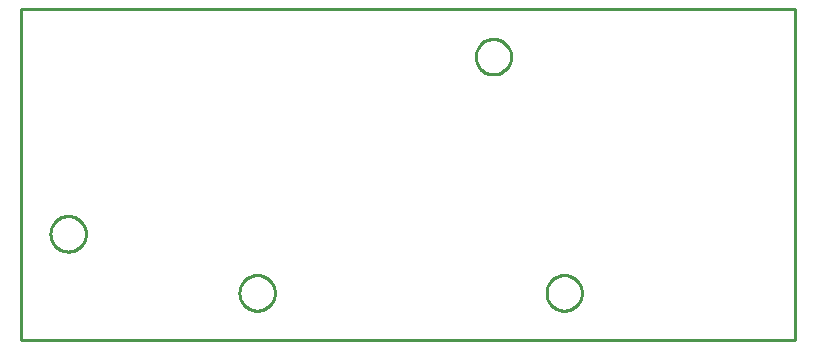
<source format=gbr>
G04 EAGLE Gerber RS-274X export*
G75*
%MOMM*%
%FSLAX34Y34*%
%LPD*%
%IN*%
%IPPOS*%
%AMOC8*
5,1,8,0,0,1.08239X$1,22.5*%
G01*
%ADD10C,0.254000*%


D10*
X0Y0D02*
X655000Y0D01*
X655000Y280000D01*
X0Y280000D01*
X0Y0D01*
X215000Y39464D02*
X214924Y38396D01*
X214771Y37335D01*
X214543Y36288D01*
X214241Y35260D01*
X213867Y34256D01*
X213422Y33281D01*
X212908Y32341D01*
X212329Y31440D01*
X211687Y30582D01*
X210985Y29772D01*
X210228Y29015D01*
X209418Y28313D01*
X208560Y27671D01*
X207659Y27092D01*
X206719Y26578D01*
X205744Y26133D01*
X204740Y25759D01*
X203712Y25457D01*
X202665Y25229D01*
X201604Y25076D01*
X200536Y25000D01*
X199464Y25000D01*
X198396Y25076D01*
X197335Y25229D01*
X196288Y25457D01*
X195260Y25759D01*
X194256Y26133D01*
X193281Y26578D01*
X192341Y27092D01*
X191440Y27671D01*
X190582Y28313D01*
X189772Y29015D01*
X189015Y29772D01*
X188313Y30582D01*
X187671Y31440D01*
X187092Y32341D01*
X186578Y33281D01*
X186133Y34256D01*
X185759Y35260D01*
X185457Y36288D01*
X185229Y37335D01*
X185076Y38396D01*
X185000Y39464D01*
X185000Y40536D01*
X185076Y41604D01*
X185229Y42665D01*
X185457Y43712D01*
X185759Y44740D01*
X186133Y45744D01*
X186578Y46719D01*
X187092Y47659D01*
X187671Y48560D01*
X188313Y49418D01*
X189015Y50228D01*
X189772Y50985D01*
X190582Y51687D01*
X191440Y52329D01*
X192341Y52908D01*
X193281Y53422D01*
X194256Y53867D01*
X195260Y54241D01*
X196288Y54543D01*
X197335Y54771D01*
X198396Y54924D01*
X199464Y55000D01*
X200536Y55000D01*
X201604Y54924D01*
X202665Y54771D01*
X203712Y54543D01*
X204740Y54241D01*
X205744Y53867D01*
X206719Y53422D01*
X207659Y52908D01*
X208560Y52329D01*
X209418Y51687D01*
X210228Y50985D01*
X210985Y50228D01*
X211687Y49418D01*
X212329Y48560D01*
X212908Y47659D01*
X213422Y46719D01*
X213867Y45744D01*
X214241Y44740D01*
X214543Y43712D01*
X214771Y42665D01*
X214924Y41604D01*
X215000Y40536D01*
X215000Y39464D01*
X55000Y89464D02*
X54924Y88396D01*
X54771Y87335D01*
X54543Y86288D01*
X54241Y85260D01*
X53867Y84256D01*
X53422Y83281D01*
X52908Y82341D01*
X52329Y81440D01*
X51687Y80582D01*
X50985Y79772D01*
X50228Y79015D01*
X49418Y78313D01*
X48560Y77671D01*
X47659Y77092D01*
X46719Y76578D01*
X45744Y76133D01*
X44740Y75759D01*
X43712Y75457D01*
X42665Y75229D01*
X41604Y75076D01*
X40536Y75000D01*
X39464Y75000D01*
X38396Y75076D01*
X37335Y75229D01*
X36288Y75457D01*
X35260Y75759D01*
X34256Y76133D01*
X33281Y76578D01*
X32341Y77092D01*
X31440Y77671D01*
X30582Y78313D01*
X29772Y79015D01*
X29015Y79772D01*
X28313Y80582D01*
X27671Y81440D01*
X27092Y82341D01*
X26578Y83281D01*
X26133Y84256D01*
X25759Y85260D01*
X25457Y86288D01*
X25229Y87335D01*
X25076Y88396D01*
X25000Y89464D01*
X25000Y90536D01*
X25076Y91604D01*
X25229Y92665D01*
X25457Y93712D01*
X25759Y94740D01*
X26133Y95744D01*
X26578Y96719D01*
X27092Y97659D01*
X27671Y98560D01*
X28313Y99418D01*
X29015Y100228D01*
X29772Y100985D01*
X30582Y101687D01*
X31440Y102329D01*
X32341Y102908D01*
X33281Y103422D01*
X34256Y103867D01*
X35260Y104241D01*
X36288Y104543D01*
X37335Y104771D01*
X38396Y104924D01*
X39464Y105000D01*
X40536Y105000D01*
X41604Y104924D01*
X42665Y104771D01*
X43712Y104543D01*
X44740Y104241D01*
X45744Y103867D01*
X46719Y103422D01*
X47659Y102908D01*
X48560Y102329D01*
X49418Y101687D01*
X50228Y100985D01*
X50985Y100228D01*
X51687Y99418D01*
X52329Y98560D01*
X52908Y97659D01*
X53422Y96719D01*
X53867Y95744D01*
X54241Y94740D01*
X54543Y93712D01*
X54771Y92665D01*
X54924Y91604D01*
X55000Y90536D01*
X55000Y89464D01*
X415000Y239464D02*
X414924Y238396D01*
X414771Y237335D01*
X414543Y236288D01*
X414241Y235260D01*
X413867Y234256D01*
X413422Y233281D01*
X412908Y232341D01*
X412329Y231440D01*
X411687Y230582D01*
X410985Y229772D01*
X410228Y229015D01*
X409418Y228313D01*
X408560Y227671D01*
X407659Y227092D01*
X406719Y226578D01*
X405744Y226133D01*
X404740Y225759D01*
X403712Y225457D01*
X402665Y225229D01*
X401604Y225076D01*
X400536Y225000D01*
X399464Y225000D01*
X398396Y225076D01*
X397335Y225229D01*
X396288Y225457D01*
X395260Y225759D01*
X394256Y226133D01*
X393281Y226578D01*
X392341Y227092D01*
X391440Y227671D01*
X390582Y228313D01*
X389772Y229015D01*
X389015Y229772D01*
X388313Y230582D01*
X387671Y231440D01*
X387092Y232341D01*
X386578Y233281D01*
X386133Y234256D01*
X385759Y235260D01*
X385457Y236288D01*
X385229Y237335D01*
X385076Y238396D01*
X385000Y239464D01*
X385000Y240536D01*
X385076Y241604D01*
X385229Y242665D01*
X385457Y243712D01*
X385759Y244740D01*
X386133Y245744D01*
X386578Y246719D01*
X387092Y247659D01*
X387671Y248560D01*
X388313Y249418D01*
X389015Y250228D01*
X389772Y250985D01*
X390582Y251687D01*
X391440Y252329D01*
X392341Y252908D01*
X393281Y253422D01*
X394256Y253867D01*
X395260Y254241D01*
X396288Y254543D01*
X397335Y254771D01*
X398396Y254924D01*
X399464Y255000D01*
X400536Y255000D01*
X401604Y254924D01*
X402665Y254771D01*
X403712Y254543D01*
X404740Y254241D01*
X405744Y253867D01*
X406719Y253422D01*
X407659Y252908D01*
X408560Y252329D01*
X409418Y251687D01*
X410228Y250985D01*
X410985Y250228D01*
X411687Y249418D01*
X412329Y248560D01*
X412908Y247659D01*
X413422Y246719D01*
X413867Y245744D01*
X414241Y244740D01*
X414543Y243712D01*
X414771Y242665D01*
X414924Y241604D01*
X415000Y240536D01*
X415000Y239464D01*
X475000Y39464D02*
X474924Y38396D01*
X474771Y37335D01*
X474543Y36288D01*
X474241Y35260D01*
X473867Y34256D01*
X473422Y33281D01*
X472908Y32341D01*
X472329Y31440D01*
X471687Y30582D01*
X470985Y29772D01*
X470228Y29015D01*
X469418Y28313D01*
X468560Y27671D01*
X467659Y27092D01*
X466719Y26578D01*
X465744Y26133D01*
X464740Y25759D01*
X463712Y25457D01*
X462665Y25229D01*
X461604Y25076D01*
X460536Y25000D01*
X459464Y25000D01*
X458396Y25076D01*
X457335Y25229D01*
X456288Y25457D01*
X455260Y25759D01*
X454256Y26133D01*
X453281Y26578D01*
X452341Y27092D01*
X451440Y27671D01*
X450582Y28313D01*
X449772Y29015D01*
X449015Y29772D01*
X448313Y30582D01*
X447671Y31440D01*
X447092Y32341D01*
X446578Y33281D01*
X446133Y34256D01*
X445759Y35260D01*
X445457Y36288D01*
X445229Y37335D01*
X445076Y38396D01*
X445000Y39464D01*
X445000Y40536D01*
X445076Y41604D01*
X445229Y42665D01*
X445457Y43712D01*
X445759Y44740D01*
X446133Y45744D01*
X446578Y46719D01*
X447092Y47659D01*
X447671Y48560D01*
X448313Y49418D01*
X449015Y50228D01*
X449772Y50985D01*
X450582Y51687D01*
X451440Y52329D01*
X452341Y52908D01*
X453281Y53422D01*
X454256Y53867D01*
X455260Y54241D01*
X456288Y54543D01*
X457335Y54771D01*
X458396Y54924D01*
X459464Y55000D01*
X460536Y55000D01*
X461604Y54924D01*
X462665Y54771D01*
X463712Y54543D01*
X464740Y54241D01*
X465744Y53867D01*
X466719Y53422D01*
X467659Y52908D01*
X468560Y52329D01*
X469418Y51687D01*
X470228Y50985D01*
X470985Y50228D01*
X471687Y49418D01*
X472329Y48560D01*
X472908Y47659D01*
X473422Y46719D01*
X473867Y45744D01*
X474241Y44740D01*
X474543Y43712D01*
X474771Y42665D01*
X474924Y41604D01*
X475000Y40536D01*
X475000Y39464D01*
M02*

</source>
